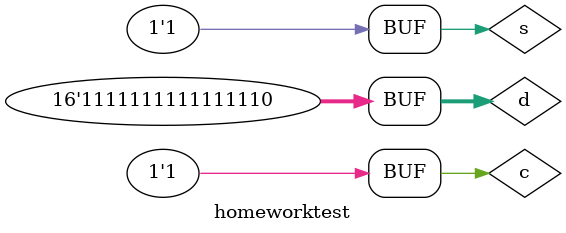
<source format=v>
`timescale 1ns / 1ps


module homeworktest();

reg [15:0]d;       //¹ïÀ³¹q¸ô³]­p¹Ï input = reg   output = wire
reg c;
reg s;

integer i;

wire [15:0]address;

homework1 test_out (                //©I¥s¹q¸ô¹Ï ¨Ã±a¤J¹ïÀ³¨ç¼Æ
    .d(d),
    .c(c),
    .s(s),
    .address(address)
);

initial                        //¤@¶}©l´N°õ¦æ ¦ý¥u°õ¦æ¤@¦¸
begin
    d = 16'b1111111111111110;   //ªì©l¤Æ16bit¬°¤G¶i¦ì(¯»¦â)
    c = 1'b0;                   //ªì©l¤Æ¤G¦ì¤¸0
    s = 1'b0;
    
    #200                        //¸g¹L200ns«á°õ¦æ
        c = 1'b1;
    #200
        c = 1'b0;
        s = 1'b1;
    #200
        c = 1'b1;
        s = 1'b1;
                
end
    
        
endmodule

</source>
